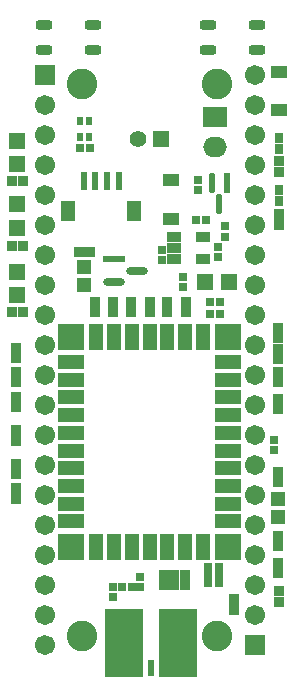
<source format=gts>
G04*
G04 #@! TF.GenerationSoftware,Altium Limited,Altium Designer,24.1.2 (44)*
G04*
G04 Layer_Color=8388736*
%FSLAX23Y23*%
%MOIN*%
G70*
G04*
G04 #@! TF.SameCoordinates,2B9B36D7-F7CC-424B-A3D7-6DE2A24948DF*
G04*
G04*
G04 #@! TF.FilePolarity,Negative*
G04*
G01*
G75*
%ADD15R,0.047X0.071*%
%ADD16R,0.024X0.061*%
G04:AMPARAMS|DCode=20|XSize=69mil|YSize=21mil|CornerRadius=10mil|HoleSize=0mil|Usage=FLASHONLY|Rotation=270.000|XOffset=0mil|YOffset=0mil|HoleType=Round|Shape=RoundedRectangle|*
%AMROUNDEDRECTD20*
21,1,0.069,0.000,0,0,270.0*
21,1,0.049,0.021,0,0,270.0*
1,1,0.021,0.000,-0.024*
1,1,0.021,0.000,0.024*
1,1,0.021,0.000,0.024*
1,1,0.021,0.000,-0.024*
%
%ADD20ROUNDEDRECTD20*%
%ADD21R,0.021X0.069*%
G04:AMPARAMS|DCode=27|XSize=74mil|YSize=24mil|CornerRadius=12mil|HoleSize=0mil|Usage=FLASHONLY|Rotation=0.000|XOffset=0mil|YOffset=0mil|HoleType=Round|Shape=RoundedRectangle|*
%AMROUNDEDRECTD27*
21,1,0.074,0.000,0,0,0.0*
21,1,0.050,0.024,0,0,0.0*
1,1,0.024,0.025,0.000*
1,1,0.024,-0.025,0.000*
1,1,0.024,-0.025,0.000*
1,1,0.024,0.025,0.000*
%
%ADD27ROUNDEDRECTD27*%
%ADD28R,0.074X0.024*%
%ADD39R,0.032X0.002*%
%ADD40R,0.002X0.032*%
%ADD41R,0.056X0.044*%
%ADD42R,0.032X0.034*%
G04:AMPARAMS|DCode=43|XSize=55mil|YSize=34mil|CornerRadius=10mil|HoleSize=0mil|Usage=FLASHONLY|Rotation=180.000|XOffset=0mil|YOffset=0mil|HoleType=Round|Shape=RoundedRectangle|*
%AMROUNDEDRECTD43*
21,1,0.055,0.013,0,0,180.0*
21,1,0.034,0.034,0,0,180.0*
1,1,0.021,-0.017,0.006*
1,1,0.021,0.017,0.006*
1,1,0.021,0.017,-0.006*
1,1,0.021,-0.017,-0.006*
%
%ADD43ROUNDEDRECTD43*%
%ADD44R,0.030X0.028*%
%ADD45R,0.028X0.030*%
%ADD46R,0.055X0.055*%
%ADD47R,0.131X0.226*%
%ADD48R,0.021X0.056*%
%ADD49R,0.045X0.045*%
%ADD50R,0.034X0.032*%
%ADD51R,0.055X0.055*%
%ADD52R,0.028X0.036*%
%ADD53R,0.047X0.087*%
%ADD54R,0.087X0.087*%
%ADD55R,0.087X0.047*%
%ADD56R,0.087X0.087*%
%ADD57R,0.051X0.034*%
%ADD58R,0.020X0.028*%
%ADD59C,0.055*%
%ADD60O,0.079X0.067*%
%ADD61R,0.079X0.067*%
%ADD62C,0.067*%
%ADD63R,0.067X0.067*%
%ADD64C,0.102*%
D15*
X220Y1549D02*
D03*
X441D02*
D03*
D16*
X272Y1649D02*
D03*
X311D02*
D03*
X350D02*
D03*
X390D02*
D03*
D20*
X724Y1572D02*
D03*
X699Y1641D02*
D03*
D21*
X750D02*
D03*
D27*
X449Y1350D02*
D03*
X375Y1313D02*
D03*
D28*
Y1388D02*
D03*
D39*
X47Y1075D02*
D03*
X47Y996D02*
D03*
X47Y912D02*
D03*
X47Y799D02*
D03*
X47Y689D02*
D03*
X47Y606D02*
D03*
X921Y1142D02*
D03*
X921Y996D02*
D03*
X610Y319D02*
D03*
X772Y236D02*
D03*
X925Y264D02*
D03*
X921Y358D02*
D03*
Y449D02*
D03*
X921Y661D02*
D03*
X921Y905D02*
D03*
X429Y1228D02*
D03*
X921Y1071D02*
D03*
X575Y319D02*
D03*
X539Y319D02*
D03*
X925Y1520D02*
D03*
X925Y1697D02*
D03*
X370Y1228D02*
D03*
X311Y1228D02*
D03*
X614Y1228D02*
D03*
X492Y1228D02*
D03*
X551Y1228D02*
D03*
D40*
X276Y1413D02*
D03*
X51Y1213D02*
D03*
X51Y1433D02*
D03*
Y1650D02*
D03*
D41*
X563Y1651D02*
D03*
Y1522D02*
D03*
X925Y2013D02*
D03*
Y1884D02*
D03*
D42*
X47Y1092D02*
D03*
Y1057D02*
D03*
Y1013D02*
D03*
Y979D02*
D03*
Y929D02*
D03*
Y894D02*
D03*
Y817D02*
D03*
Y782D02*
D03*
Y672D02*
D03*
Y706D02*
D03*
Y624D02*
D03*
Y589D02*
D03*
X921Y1159D02*
D03*
Y1124D02*
D03*
Y1013D02*
D03*
Y979D02*
D03*
X610Y302D02*
D03*
Y336D02*
D03*
X772Y219D02*
D03*
Y254D02*
D03*
X925Y246D02*
D03*
Y281D02*
D03*
X921Y341D02*
D03*
Y376D02*
D03*
Y431D02*
D03*
Y466D02*
D03*
Y644D02*
D03*
Y679D02*
D03*
Y923D02*
D03*
Y888D02*
D03*
X429Y1246D02*
D03*
Y1211D02*
D03*
X921Y1054D02*
D03*
Y1088D02*
D03*
X575Y336D02*
D03*
Y302D02*
D03*
X539Y302D02*
D03*
Y336D02*
D03*
X925Y1537D02*
D03*
Y1502D02*
D03*
X925Y1714D02*
D03*
Y1680D02*
D03*
X370Y1246D02*
D03*
Y1211D02*
D03*
X311Y1246D02*
D03*
Y1211D02*
D03*
X614Y1246D02*
D03*
Y1211D02*
D03*
X551Y1246D02*
D03*
Y1211D02*
D03*
X492Y1246D02*
D03*
Y1211D02*
D03*
D43*
X302Y2084D02*
D03*
X139D02*
D03*
X302Y2168D02*
D03*
X139D02*
D03*
X686D02*
D03*
X849D02*
D03*
X686Y2084D02*
D03*
X849D02*
D03*
D44*
X434Y295D02*
D03*
X400D02*
D03*
X688Y307D02*
D03*
X722D02*
D03*
X722Y335D02*
D03*
X688D02*
D03*
X722Y362D02*
D03*
X688D02*
D03*
X726Y1244D02*
D03*
X692D02*
D03*
X726Y1205D02*
D03*
X692D02*
D03*
X647Y1520D02*
D03*
X681D02*
D03*
X259Y1760D02*
D03*
X293D02*
D03*
D45*
X369Y262D02*
D03*
Y296D02*
D03*
X461Y295D02*
D03*
Y329D02*
D03*
X533Y1419D02*
D03*
Y1385D02*
D03*
X906Y751D02*
D03*
Y785D02*
D03*
X654Y1651D02*
D03*
Y1617D02*
D03*
X744Y1463D02*
D03*
Y1497D02*
D03*
X720Y1430D02*
D03*
Y1396D02*
D03*
X602Y1294D02*
D03*
Y1328D02*
D03*
D46*
X756Y1311D02*
D03*
X677D02*
D03*
X531Y1789D02*
D03*
D47*
X406Y110D02*
D03*
X586D02*
D03*
D48*
X496Y25D02*
D03*
D49*
X921Y589D02*
D03*
Y530D02*
D03*
X272Y1303D02*
D03*
Y1362D02*
D03*
D50*
X258Y1413D02*
D03*
X293D02*
D03*
X34Y1213D02*
D03*
X69D02*
D03*
X34Y1433D02*
D03*
X69D02*
D03*
X34Y1650D02*
D03*
X69D02*
D03*
D51*
X51Y1571D02*
D03*
Y1492D02*
D03*
Y1705D02*
D03*
Y1783D02*
D03*
Y1346D02*
D03*
Y1268D02*
D03*
D52*
X925Y1791D02*
D03*
Y1756D02*
D03*
Y1618D02*
D03*
Y1583D02*
D03*
D53*
X669Y429D02*
D03*
X433D02*
D03*
X374D02*
D03*
X610D02*
D03*
X551D02*
D03*
X492D02*
D03*
X315Y1130D02*
D03*
X374D02*
D03*
X433D02*
D03*
X492D02*
D03*
X551D02*
D03*
X610D02*
D03*
X669D02*
D03*
X315Y429D02*
D03*
D54*
X230D02*
D03*
X754Y1130D02*
D03*
D55*
X230Y691D02*
D03*
Y1045D02*
D03*
Y868D02*
D03*
Y927D02*
D03*
Y809D02*
D03*
Y986D02*
D03*
Y750D02*
D03*
X754Y691D02*
D03*
Y927D02*
D03*
Y986D02*
D03*
Y1045D02*
D03*
Y868D02*
D03*
Y809D02*
D03*
Y750D02*
D03*
X230Y573D02*
D03*
X754Y632D02*
D03*
X230Y514D02*
D03*
X754Y573D02*
D03*
X230Y632D02*
D03*
X754Y514D02*
D03*
D56*
Y429D02*
D03*
X230Y1130D02*
D03*
D57*
X669Y1388D02*
D03*
X575D02*
D03*
Y1425D02*
D03*
Y1463D02*
D03*
X669D02*
D03*
D58*
X291Y1795D02*
D03*
X260D02*
D03*
X291Y1850D02*
D03*
X260D02*
D03*
D59*
X453Y1789D02*
D03*
D60*
X709Y1761D02*
D03*
D61*
Y1861D02*
D03*
D62*
X142Y1602D02*
D03*
Y1802D02*
D03*
Y1902D02*
D03*
Y1702D02*
D03*
Y1202D02*
D03*
Y1402D02*
D03*
Y1502D02*
D03*
Y1302D02*
D03*
Y902D02*
D03*
Y1102D02*
D03*
Y1002D02*
D03*
Y502D02*
D03*
Y702D02*
D03*
Y802D02*
D03*
Y602D02*
D03*
Y102D02*
D03*
Y302D02*
D03*
Y402D02*
D03*
Y202D02*
D03*
X842Y1902D02*
D03*
Y1702D02*
D03*
Y1802D02*
D03*
Y2002D02*
D03*
Y1502D02*
D03*
Y1302D02*
D03*
Y1402D02*
D03*
Y1602D02*
D03*
Y1102D02*
D03*
Y1002D02*
D03*
Y1202D02*
D03*
Y802D02*
D03*
Y602D02*
D03*
Y702D02*
D03*
Y902D02*
D03*
Y402D02*
D03*
Y202D02*
D03*
Y302D02*
D03*
Y502D02*
D03*
D63*
X142Y2002D02*
D03*
X842Y102D02*
D03*
D64*
X716Y1973D02*
D03*
X267D02*
D03*
X716Y131D02*
D03*
X267D02*
D03*
M02*

</source>
